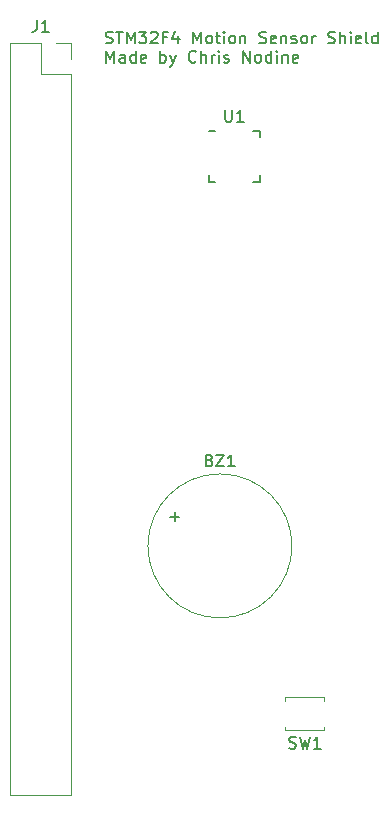
<source format=gbr>
%TF.GenerationSoftware,KiCad,Pcbnew,7.0.1-0*%
%TF.CreationDate,2023-05-31T17:03:07-06:00*%
%TF.ProjectId,STM32f4 Motion Sensor Shield,53544d33-3266-4342-904d-6f74696f6e20,rev?*%
%TF.SameCoordinates,Original*%
%TF.FileFunction,Legend,Top*%
%TF.FilePolarity,Positive*%
%FSLAX46Y46*%
G04 Gerber Fmt 4.6, Leading zero omitted, Abs format (unit mm)*
G04 Created by KiCad (PCBNEW 7.0.1-0) date 2023-05-31 17:03:07*
%MOMM*%
%LPD*%
G01*
G04 APERTURE LIST*
%ADD10C,0.150000*%
%ADD11C,0.120000*%
G04 APERTURE END LIST*
D10*
X168390476Y-53610000D02*
X168533333Y-53657619D01*
X168533333Y-53657619D02*
X168771428Y-53657619D01*
X168771428Y-53657619D02*
X168866666Y-53610000D01*
X168866666Y-53610000D02*
X168914285Y-53562380D01*
X168914285Y-53562380D02*
X168961904Y-53467142D01*
X168961904Y-53467142D02*
X168961904Y-53371904D01*
X168961904Y-53371904D02*
X168914285Y-53276666D01*
X168914285Y-53276666D02*
X168866666Y-53229047D01*
X168866666Y-53229047D02*
X168771428Y-53181428D01*
X168771428Y-53181428D02*
X168580952Y-53133809D01*
X168580952Y-53133809D02*
X168485714Y-53086190D01*
X168485714Y-53086190D02*
X168438095Y-53038571D01*
X168438095Y-53038571D02*
X168390476Y-52943333D01*
X168390476Y-52943333D02*
X168390476Y-52848095D01*
X168390476Y-52848095D02*
X168438095Y-52752857D01*
X168438095Y-52752857D02*
X168485714Y-52705238D01*
X168485714Y-52705238D02*
X168580952Y-52657619D01*
X168580952Y-52657619D02*
X168819047Y-52657619D01*
X168819047Y-52657619D02*
X168961904Y-52705238D01*
X169247619Y-52657619D02*
X169819047Y-52657619D01*
X169533333Y-53657619D02*
X169533333Y-52657619D01*
X170152381Y-53657619D02*
X170152381Y-52657619D01*
X170152381Y-52657619D02*
X170485714Y-53371904D01*
X170485714Y-53371904D02*
X170819047Y-52657619D01*
X170819047Y-52657619D02*
X170819047Y-53657619D01*
X171200000Y-52657619D02*
X171819047Y-52657619D01*
X171819047Y-52657619D02*
X171485714Y-53038571D01*
X171485714Y-53038571D02*
X171628571Y-53038571D01*
X171628571Y-53038571D02*
X171723809Y-53086190D01*
X171723809Y-53086190D02*
X171771428Y-53133809D01*
X171771428Y-53133809D02*
X171819047Y-53229047D01*
X171819047Y-53229047D02*
X171819047Y-53467142D01*
X171819047Y-53467142D02*
X171771428Y-53562380D01*
X171771428Y-53562380D02*
X171723809Y-53610000D01*
X171723809Y-53610000D02*
X171628571Y-53657619D01*
X171628571Y-53657619D02*
X171342857Y-53657619D01*
X171342857Y-53657619D02*
X171247619Y-53610000D01*
X171247619Y-53610000D02*
X171200000Y-53562380D01*
X172200000Y-52752857D02*
X172247619Y-52705238D01*
X172247619Y-52705238D02*
X172342857Y-52657619D01*
X172342857Y-52657619D02*
X172580952Y-52657619D01*
X172580952Y-52657619D02*
X172676190Y-52705238D01*
X172676190Y-52705238D02*
X172723809Y-52752857D01*
X172723809Y-52752857D02*
X172771428Y-52848095D01*
X172771428Y-52848095D02*
X172771428Y-52943333D01*
X172771428Y-52943333D02*
X172723809Y-53086190D01*
X172723809Y-53086190D02*
X172152381Y-53657619D01*
X172152381Y-53657619D02*
X172771428Y-53657619D01*
X173533333Y-53133809D02*
X173200000Y-53133809D01*
X173200000Y-53657619D02*
X173200000Y-52657619D01*
X173200000Y-52657619D02*
X173676190Y-52657619D01*
X174485714Y-52990952D02*
X174485714Y-53657619D01*
X174247619Y-52610000D02*
X174009524Y-53324285D01*
X174009524Y-53324285D02*
X174628571Y-53324285D01*
X175771429Y-53657619D02*
X175771429Y-52657619D01*
X175771429Y-52657619D02*
X176104762Y-53371904D01*
X176104762Y-53371904D02*
X176438095Y-52657619D01*
X176438095Y-52657619D02*
X176438095Y-53657619D01*
X177057143Y-53657619D02*
X176961905Y-53610000D01*
X176961905Y-53610000D02*
X176914286Y-53562380D01*
X176914286Y-53562380D02*
X176866667Y-53467142D01*
X176866667Y-53467142D02*
X176866667Y-53181428D01*
X176866667Y-53181428D02*
X176914286Y-53086190D01*
X176914286Y-53086190D02*
X176961905Y-53038571D01*
X176961905Y-53038571D02*
X177057143Y-52990952D01*
X177057143Y-52990952D02*
X177200000Y-52990952D01*
X177200000Y-52990952D02*
X177295238Y-53038571D01*
X177295238Y-53038571D02*
X177342857Y-53086190D01*
X177342857Y-53086190D02*
X177390476Y-53181428D01*
X177390476Y-53181428D02*
X177390476Y-53467142D01*
X177390476Y-53467142D02*
X177342857Y-53562380D01*
X177342857Y-53562380D02*
X177295238Y-53610000D01*
X177295238Y-53610000D02*
X177200000Y-53657619D01*
X177200000Y-53657619D02*
X177057143Y-53657619D01*
X177676191Y-52990952D02*
X178057143Y-52990952D01*
X177819048Y-52657619D02*
X177819048Y-53514761D01*
X177819048Y-53514761D02*
X177866667Y-53610000D01*
X177866667Y-53610000D02*
X177961905Y-53657619D01*
X177961905Y-53657619D02*
X178057143Y-53657619D01*
X178390477Y-53657619D02*
X178390477Y-52990952D01*
X178390477Y-52657619D02*
X178342858Y-52705238D01*
X178342858Y-52705238D02*
X178390477Y-52752857D01*
X178390477Y-52752857D02*
X178438096Y-52705238D01*
X178438096Y-52705238D02*
X178390477Y-52657619D01*
X178390477Y-52657619D02*
X178390477Y-52752857D01*
X179009524Y-53657619D02*
X178914286Y-53610000D01*
X178914286Y-53610000D02*
X178866667Y-53562380D01*
X178866667Y-53562380D02*
X178819048Y-53467142D01*
X178819048Y-53467142D02*
X178819048Y-53181428D01*
X178819048Y-53181428D02*
X178866667Y-53086190D01*
X178866667Y-53086190D02*
X178914286Y-53038571D01*
X178914286Y-53038571D02*
X179009524Y-52990952D01*
X179009524Y-52990952D02*
X179152381Y-52990952D01*
X179152381Y-52990952D02*
X179247619Y-53038571D01*
X179247619Y-53038571D02*
X179295238Y-53086190D01*
X179295238Y-53086190D02*
X179342857Y-53181428D01*
X179342857Y-53181428D02*
X179342857Y-53467142D01*
X179342857Y-53467142D02*
X179295238Y-53562380D01*
X179295238Y-53562380D02*
X179247619Y-53610000D01*
X179247619Y-53610000D02*
X179152381Y-53657619D01*
X179152381Y-53657619D02*
X179009524Y-53657619D01*
X179771429Y-52990952D02*
X179771429Y-53657619D01*
X179771429Y-53086190D02*
X179819048Y-53038571D01*
X179819048Y-53038571D02*
X179914286Y-52990952D01*
X179914286Y-52990952D02*
X180057143Y-52990952D01*
X180057143Y-52990952D02*
X180152381Y-53038571D01*
X180152381Y-53038571D02*
X180200000Y-53133809D01*
X180200000Y-53133809D02*
X180200000Y-53657619D01*
X181390477Y-53610000D02*
X181533334Y-53657619D01*
X181533334Y-53657619D02*
X181771429Y-53657619D01*
X181771429Y-53657619D02*
X181866667Y-53610000D01*
X181866667Y-53610000D02*
X181914286Y-53562380D01*
X181914286Y-53562380D02*
X181961905Y-53467142D01*
X181961905Y-53467142D02*
X181961905Y-53371904D01*
X181961905Y-53371904D02*
X181914286Y-53276666D01*
X181914286Y-53276666D02*
X181866667Y-53229047D01*
X181866667Y-53229047D02*
X181771429Y-53181428D01*
X181771429Y-53181428D02*
X181580953Y-53133809D01*
X181580953Y-53133809D02*
X181485715Y-53086190D01*
X181485715Y-53086190D02*
X181438096Y-53038571D01*
X181438096Y-53038571D02*
X181390477Y-52943333D01*
X181390477Y-52943333D02*
X181390477Y-52848095D01*
X181390477Y-52848095D02*
X181438096Y-52752857D01*
X181438096Y-52752857D02*
X181485715Y-52705238D01*
X181485715Y-52705238D02*
X181580953Y-52657619D01*
X181580953Y-52657619D02*
X181819048Y-52657619D01*
X181819048Y-52657619D02*
X181961905Y-52705238D01*
X182771429Y-53610000D02*
X182676191Y-53657619D01*
X182676191Y-53657619D02*
X182485715Y-53657619D01*
X182485715Y-53657619D02*
X182390477Y-53610000D01*
X182390477Y-53610000D02*
X182342858Y-53514761D01*
X182342858Y-53514761D02*
X182342858Y-53133809D01*
X182342858Y-53133809D02*
X182390477Y-53038571D01*
X182390477Y-53038571D02*
X182485715Y-52990952D01*
X182485715Y-52990952D02*
X182676191Y-52990952D01*
X182676191Y-52990952D02*
X182771429Y-53038571D01*
X182771429Y-53038571D02*
X182819048Y-53133809D01*
X182819048Y-53133809D02*
X182819048Y-53229047D01*
X182819048Y-53229047D02*
X182342858Y-53324285D01*
X183247620Y-52990952D02*
X183247620Y-53657619D01*
X183247620Y-53086190D02*
X183295239Y-53038571D01*
X183295239Y-53038571D02*
X183390477Y-52990952D01*
X183390477Y-52990952D02*
X183533334Y-52990952D01*
X183533334Y-52990952D02*
X183628572Y-53038571D01*
X183628572Y-53038571D02*
X183676191Y-53133809D01*
X183676191Y-53133809D02*
X183676191Y-53657619D01*
X184104763Y-53610000D02*
X184200001Y-53657619D01*
X184200001Y-53657619D02*
X184390477Y-53657619D01*
X184390477Y-53657619D02*
X184485715Y-53610000D01*
X184485715Y-53610000D02*
X184533334Y-53514761D01*
X184533334Y-53514761D02*
X184533334Y-53467142D01*
X184533334Y-53467142D02*
X184485715Y-53371904D01*
X184485715Y-53371904D02*
X184390477Y-53324285D01*
X184390477Y-53324285D02*
X184247620Y-53324285D01*
X184247620Y-53324285D02*
X184152382Y-53276666D01*
X184152382Y-53276666D02*
X184104763Y-53181428D01*
X184104763Y-53181428D02*
X184104763Y-53133809D01*
X184104763Y-53133809D02*
X184152382Y-53038571D01*
X184152382Y-53038571D02*
X184247620Y-52990952D01*
X184247620Y-52990952D02*
X184390477Y-52990952D01*
X184390477Y-52990952D02*
X184485715Y-53038571D01*
X185104763Y-53657619D02*
X185009525Y-53610000D01*
X185009525Y-53610000D02*
X184961906Y-53562380D01*
X184961906Y-53562380D02*
X184914287Y-53467142D01*
X184914287Y-53467142D02*
X184914287Y-53181428D01*
X184914287Y-53181428D02*
X184961906Y-53086190D01*
X184961906Y-53086190D02*
X185009525Y-53038571D01*
X185009525Y-53038571D02*
X185104763Y-52990952D01*
X185104763Y-52990952D02*
X185247620Y-52990952D01*
X185247620Y-52990952D02*
X185342858Y-53038571D01*
X185342858Y-53038571D02*
X185390477Y-53086190D01*
X185390477Y-53086190D02*
X185438096Y-53181428D01*
X185438096Y-53181428D02*
X185438096Y-53467142D01*
X185438096Y-53467142D02*
X185390477Y-53562380D01*
X185390477Y-53562380D02*
X185342858Y-53610000D01*
X185342858Y-53610000D02*
X185247620Y-53657619D01*
X185247620Y-53657619D02*
X185104763Y-53657619D01*
X185866668Y-53657619D02*
X185866668Y-52990952D01*
X185866668Y-53181428D02*
X185914287Y-53086190D01*
X185914287Y-53086190D02*
X185961906Y-53038571D01*
X185961906Y-53038571D02*
X186057144Y-52990952D01*
X186057144Y-52990952D02*
X186152382Y-52990952D01*
X187200002Y-53610000D02*
X187342859Y-53657619D01*
X187342859Y-53657619D02*
X187580954Y-53657619D01*
X187580954Y-53657619D02*
X187676192Y-53610000D01*
X187676192Y-53610000D02*
X187723811Y-53562380D01*
X187723811Y-53562380D02*
X187771430Y-53467142D01*
X187771430Y-53467142D02*
X187771430Y-53371904D01*
X187771430Y-53371904D02*
X187723811Y-53276666D01*
X187723811Y-53276666D02*
X187676192Y-53229047D01*
X187676192Y-53229047D02*
X187580954Y-53181428D01*
X187580954Y-53181428D02*
X187390478Y-53133809D01*
X187390478Y-53133809D02*
X187295240Y-53086190D01*
X187295240Y-53086190D02*
X187247621Y-53038571D01*
X187247621Y-53038571D02*
X187200002Y-52943333D01*
X187200002Y-52943333D02*
X187200002Y-52848095D01*
X187200002Y-52848095D02*
X187247621Y-52752857D01*
X187247621Y-52752857D02*
X187295240Y-52705238D01*
X187295240Y-52705238D02*
X187390478Y-52657619D01*
X187390478Y-52657619D02*
X187628573Y-52657619D01*
X187628573Y-52657619D02*
X187771430Y-52705238D01*
X188200002Y-53657619D02*
X188200002Y-52657619D01*
X188628573Y-53657619D02*
X188628573Y-53133809D01*
X188628573Y-53133809D02*
X188580954Y-53038571D01*
X188580954Y-53038571D02*
X188485716Y-52990952D01*
X188485716Y-52990952D02*
X188342859Y-52990952D01*
X188342859Y-52990952D02*
X188247621Y-53038571D01*
X188247621Y-53038571D02*
X188200002Y-53086190D01*
X189104764Y-53657619D02*
X189104764Y-52990952D01*
X189104764Y-52657619D02*
X189057145Y-52705238D01*
X189057145Y-52705238D02*
X189104764Y-52752857D01*
X189104764Y-52752857D02*
X189152383Y-52705238D01*
X189152383Y-52705238D02*
X189104764Y-52657619D01*
X189104764Y-52657619D02*
X189104764Y-52752857D01*
X189961906Y-53610000D02*
X189866668Y-53657619D01*
X189866668Y-53657619D02*
X189676192Y-53657619D01*
X189676192Y-53657619D02*
X189580954Y-53610000D01*
X189580954Y-53610000D02*
X189533335Y-53514761D01*
X189533335Y-53514761D02*
X189533335Y-53133809D01*
X189533335Y-53133809D02*
X189580954Y-53038571D01*
X189580954Y-53038571D02*
X189676192Y-52990952D01*
X189676192Y-52990952D02*
X189866668Y-52990952D01*
X189866668Y-52990952D02*
X189961906Y-53038571D01*
X189961906Y-53038571D02*
X190009525Y-53133809D01*
X190009525Y-53133809D02*
X190009525Y-53229047D01*
X190009525Y-53229047D02*
X189533335Y-53324285D01*
X190580954Y-53657619D02*
X190485716Y-53610000D01*
X190485716Y-53610000D02*
X190438097Y-53514761D01*
X190438097Y-53514761D02*
X190438097Y-52657619D01*
X191390478Y-53657619D02*
X191390478Y-52657619D01*
X191390478Y-53610000D02*
X191295240Y-53657619D01*
X191295240Y-53657619D02*
X191104764Y-53657619D01*
X191104764Y-53657619D02*
X191009526Y-53610000D01*
X191009526Y-53610000D02*
X190961907Y-53562380D01*
X190961907Y-53562380D02*
X190914288Y-53467142D01*
X190914288Y-53467142D02*
X190914288Y-53181428D01*
X190914288Y-53181428D02*
X190961907Y-53086190D01*
X190961907Y-53086190D02*
X191009526Y-53038571D01*
X191009526Y-53038571D02*
X191104764Y-52990952D01*
X191104764Y-52990952D02*
X191295240Y-52990952D01*
X191295240Y-52990952D02*
X191390478Y-53038571D01*
X168438095Y-55277619D02*
X168438095Y-54277619D01*
X168438095Y-54277619D02*
X168771428Y-54991904D01*
X168771428Y-54991904D02*
X169104761Y-54277619D01*
X169104761Y-54277619D02*
X169104761Y-55277619D01*
X170009523Y-55277619D02*
X170009523Y-54753809D01*
X170009523Y-54753809D02*
X169961904Y-54658571D01*
X169961904Y-54658571D02*
X169866666Y-54610952D01*
X169866666Y-54610952D02*
X169676190Y-54610952D01*
X169676190Y-54610952D02*
X169580952Y-54658571D01*
X170009523Y-55230000D02*
X169914285Y-55277619D01*
X169914285Y-55277619D02*
X169676190Y-55277619D01*
X169676190Y-55277619D02*
X169580952Y-55230000D01*
X169580952Y-55230000D02*
X169533333Y-55134761D01*
X169533333Y-55134761D02*
X169533333Y-55039523D01*
X169533333Y-55039523D02*
X169580952Y-54944285D01*
X169580952Y-54944285D02*
X169676190Y-54896666D01*
X169676190Y-54896666D02*
X169914285Y-54896666D01*
X169914285Y-54896666D02*
X170009523Y-54849047D01*
X170914285Y-55277619D02*
X170914285Y-54277619D01*
X170914285Y-55230000D02*
X170819047Y-55277619D01*
X170819047Y-55277619D02*
X170628571Y-55277619D01*
X170628571Y-55277619D02*
X170533333Y-55230000D01*
X170533333Y-55230000D02*
X170485714Y-55182380D01*
X170485714Y-55182380D02*
X170438095Y-55087142D01*
X170438095Y-55087142D02*
X170438095Y-54801428D01*
X170438095Y-54801428D02*
X170485714Y-54706190D01*
X170485714Y-54706190D02*
X170533333Y-54658571D01*
X170533333Y-54658571D02*
X170628571Y-54610952D01*
X170628571Y-54610952D02*
X170819047Y-54610952D01*
X170819047Y-54610952D02*
X170914285Y-54658571D01*
X171771428Y-55230000D02*
X171676190Y-55277619D01*
X171676190Y-55277619D02*
X171485714Y-55277619D01*
X171485714Y-55277619D02*
X171390476Y-55230000D01*
X171390476Y-55230000D02*
X171342857Y-55134761D01*
X171342857Y-55134761D02*
X171342857Y-54753809D01*
X171342857Y-54753809D02*
X171390476Y-54658571D01*
X171390476Y-54658571D02*
X171485714Y-54610952D01*
X171485714Y-54610952D02*
X171676190Y-54610952D01*
X171676190Y-54610952D02*
X171771428Y-54658571D01*
X171771428Y-54658571D02*
X171819047Y-54753809D01*
X171819047Y-54753809D02*
X171819047Y-54849047D01*
X171819047Y-54849047D02*
X171342857Y-54944285D01*
X173009524Y-55277619D02*
X173009524Y-54277619D01*
X173009524Y-54658571D02*
X173104762Y-54610952D01*
X173104762Y-54610952D02*
X173295238Y-54610952D01*
X173295238Y-54610952D02*
X173390476Y-54658571D01*
X173390476Y-54658571D02*
X173438095Y-54706190D01*
X173438095Y-54706190D02*
X173485714Y-54801428D01*
X173485714Y-54801428D02*
X173485714Y-55087142D01*
X173485714Y-55087142D02*
X173438095Y-55182380D01*
X173438095Y-55182380D02*
X173390476Y-55230000D01*
X173390476Y-55230000D02*
X173295238Y-55277619D01*
X173295238Y-55277619D02*
X173104762Y-55277619D01*
X173104762Y-55277619D02*
X173009524Y-55230000D01*
X173819048Y-54610952D02*
X174057143Y-55277619D01*
X174295238Y-54610952D02*
X174057143Y-55277619D01*
X174057143Y-55277619D02*
X173961905Y-55515714D01*
X173961905Y-55515714D02*
X173914286Y-55563333D01*
X173914286Y-55563333D02*
X173819048Y-55610952D01*
X176009524Y-55182380D02*
X175961905Y-55230000D01*
X175961905Y-55230000D02*
X175819048Y-55277619D01*
X175819048Y-55277619D02*
X175723810Y-55277619D01*
X175723810Y-55277619D02*
X175580953Y-55230000D01*
X175580953Y-55230000D02*
X175485715Y-55134761D01*
X175485715Y-55134761D02*
X175438096Y-55039523D01*
X175438096Y-55039523D02*
X175390477Y-54849047D01*
X175390477Y-54849047D02*
X175390477Y-54706190D01*
X175390477Y-54706190D02*
X175438096Y-54515714D01*
X175438096Y-54515714D02*
X175485715Y-54420476D01*
X175485715Y-54420476D02*
X175580953Y-54325238D01*
X175580953Y-54325238D02*
X175723810Y-54277619D01*
X175723810Y-54277619D02*
X175819048Y-54277619D01*
X175819048Y-54277619D02*
X175961905Y-54325238D01*
X175961905Y-54325238D02*
X176009524Y-54372857D01*
X176438096Y-55277619D02*
X176438096Y-54277619D01*
X176866667Y-55277619D02*
X176866667Y-54753809D01*
X176866667Y-54753809D02*
X176819048Y-54658571D01*
X176819048Y-54658571D02*
X176723810Y-54610952D01*
X176723810Y-54610952D02*
X176580953Y-54610952D01*
X176580953Y-54610952D02*
X176485715Y-54658571D01*
X176485715Y-54658571D02*
X176438096Y-54706190D01*
X177342858Y-55277619D02*
X177342858Y-54610952D01*
X177342858Y-54801428D02*
X177390477Y-54706190D01*
X177390477Y-54706190D02*
X177438096Y-54658571D01*
X177438096Y-54658571D02*
X177533334Y-54610952D01*
X177533334Y-54610952D02*
X177628572Y-54610952D01*
X177961906Y-55277619D02*
X177961906Y-54610952D01*
X177961906Y-54277619D02*
X177914287Y-54325238D01*
X177914287Y-54325238D02*
X177961906Y-54372857D01*
X177961906Y-54372857D02*
X178009525Y-54325238D01*
X178009525Y-54325238D02*
X177961906Y-54277619D01*
X177961906Y-54277619D02*
X177961906Y-54372857D01*
X178390477Y-55230000D02*
X178485715Y-55277619D01*
X178485715Y-55277619D02*
X178676191Y-55277619D01*
X178676191Y-55277619D02*
X178771429Y-55230000D01*
X178771429Y-55230000D02*
X178819048Y-55134761D01*
X178819048Y-55134761D02*
X178819048Y-55087142D01*
X178819048Y-55087142D02*
X178771429Y-54991904D01*
X178771429Y-54991904D02*
X178676191Y-54944285D01*
X178676191Y-54944285D02*
X178533334Y-54944285D01*
X178533334Y-54944285D02*
X178438096Y-54896666D01*
X178438096Y-54896666D02*
X178390477Y-54801428D01*
X178390477Y-54801428D02*
X178390477Y-54753809D01*
X178390477Y-54753809D02*
X178438096Y-54658571D01*
X178438096Y-54658571D02*
X178533334Y-54610952D01*
X178533334Y-54610952D02*
X178676191Y-54610952D01*
X178676191Y-54610952D02*
X178771429Y-54658571D01*
X180009525Y-55277619D02*
X180009525Y-54277619D01*
X180009525Y-54277619D02*
X180580953Y-55277619D01*
X180580953Y-55277619D02*
X180580953Y-54277619D01*
X181200001Y-55277619D02*
X181104763Y-55230000D01*
X181104763Y-55230000D02*
X181057144Y-55182380D01*
X181057144Y-55182380D02*
X181009525Y-55087142D01*
X181009525Y-55087142D02*
X181009525Y-54801428D01*
X181009525Y-54801428D02*
X181057144Y-54706190D01*
X181057144Y-54706190D02*
X181104763Y-54658571D01*
X181104763Y-54658571D02*
X181200001Y-54610952D01*
X181200001Y-54610952D02*
X181342858Y-54610952D01*
X181342858Y-54610952D02*
X181438096Y-54658571D01*
X181438096Y-54658571D02*
X181485715Y-54706190D01*
X181485715Y-54706190D02*
X181533334Y-54801428D01*
X181533334Y-54801428D02*
X181533334Y-55087142D01*
X181533334Y-55087142D02*
X181485715Y-55182380D01*
X181485715Y-55182380D02*
X181438096Y-55230000D01*
X181438096Y-55230000D02*
X181342858Y-55277619D01*
X181342858Y-55277619D02*
X181200001Y-55277619D01*
X182390477Y-55277619D02*
X182390477Y-54277619D01*
X182390477Y-55230000D02*
X182295239Y-55277619D01*
X182295239Y-55277619D02*
X182104763Y-55277619D01*
X182104763Y-55277619D02*
X182009525Y-55230000D01*
X182009525Y-55230000D02*
X181961906Y-55182380D01*
X181961906Y-55182380D02*
X181914287Y-55087142D01*
X181914287Y-55087142D02*
X181914287Y-54801428D01*
X181914287Y-54801428D02*
X181961906Y-54706190D01*
X181961906Y-54706190D02*
X182009525Y-54658571D01*
X182009525Y-54658571D02*
X182104763Y-54610952D01*
X182104763Y-54610952D02*
X182295239Y-54610952D01*
X182295239Y-54610952D02*
X182390477Y-54658571D01*
X182866668Y-55277619D02*
X182866668Y-54610952D01*
X182866668Y-54277619D02*
X182819049Y-54325238D01*
X182819049Y-54325238D02*
X182866668Y-54372857D01*
X182866668Y-54372857D02*
X182914287Y-54325238D01*
X182914287Y-54325238D02*
X182866668Y-54277619D01*
X182866668Y-54277619D02*
X182866668Y-54372857D01*
X183342858Y-54610952D02*
X183342858Y-55277619D01*
X183342858Y-54706190D02*
X183390477Y-54658571D01*
X183390477Y-54658571D02*
X183485715Y-54610952D01*
X183485715Y-54610952D02*
X183628572Y-54610952D01*
X183628572Y-54610952D02*
X183723810Y-54658571D01*
X183723810Y-54658571D02*
X183771429Y-54753809D01*
X183771429Y-54753809D02*
X183771429Y-55277619D01*
X184628572Y-55230000D02*
X184533334Y-55277619D01*
X184533334Y-55277619D02*
X184342858Y-55277619D01*
X184342858Y-55277619D02*
X184247620Y-55230000D01*
X184247620Y-55230000D02*
X184200001Y-55134761D01*
X184200001Y-55134761D02*
X184200001Y-54753809D01*
X184200001Y-54753809D02*
X184247620Y-54658571D01*
X184247620Y-54658571D02*
X184342858Y-54610952D01*
X184342858Y-54610952D02*
X184533334Y-54610952D01*
X184533334Y-54610952D02*
X184628572Y-54658571D01*
X184628572Y-54658571D02*
X184676191Y-54753809D01*
X184676191Y-54753809D02*
X184676191Y-54849047D01*
X184676191Y-54849047D02*
X184200001Y-54944285D01*
%TO.C,U1*%
X178488095Y-59287619D02*
X178488095Y-60097142D01*
X178488095Y-60097142D02*
X178535714Y-60192380D01*
X178535714Y-60192380D02*
X178583333Y-60240000D01*
X178583333Y-60240000D02*
X178678571Y-60287619D01*
X178678571Y-60287619D02*
X178869047Y-60287619D01*
X178869047Y-60287619D02*
X178964285Y-60240000D01*
X178964285Y-60240000D02*
X179011904Y-60192380D01*
X179011904Y-60192380D02*
X179059523Y-60097142D01*
X179059523Y-60097142D02*
X179059523Y-59287619D01*
X180059523Y-60287619D02*
X179488095Y-60287619D01*
X179773809Y-60287619D02*
X179773809Y-59287619D01*
X179773809Y-59287619D02*
X179678571Y-59430476D01*
X179678571Y-59430476D02*
X179583333Y-59525714D01*
X179583333Y-59525714D02*
X179488095Y-59573333D01*
%TO.C,SW1*%
X183916667Y-113315000D02*
X184059524Y-113362619D01*
X184059524Y-113362619D02*
X184297619Y-113362619D01*
X184297619Y-113362619D02*
X184392857Y-113315000D01*
X184392857Y-113315000D02*
X184440476Y-113267380D01*
X184440476Y-113267380D02*
X184488095Y-113172142D01*
X184488095Y-113172142D02*
X184488095Y-113076904D01*
X184488095Y-113076904D02*
X184440476Y-112981666D01*
X184440476Y-112981666D02*
X184392857Y-112934047D01*
X184392857Y-112934047D02*
X184297619Y-112886428D01*
X184297619Y-112886428D02*
X184107143Y-112838809D01*
X184107143Y-112838809D02*
X184011905Y-112791190D01*
X184011905Y-112791190D02*
X183964286Y-112743571D01*
X183964286Y-112743571D02*
X183916667Y-112648333D01*
X183916667Y-112648333D02*
X183916667Y-112553095D01*
X183916667Y-112553095D02*
X183964286Y-112457857D01*
X183964286Y-112457857D02*
X184011905Y-112410238D01*
X184011905Y-112410238D02*
X184107143Y-112362619D01*
X184107143Y-112362619D02*
X184345238Y-112362619D01*
X184345238Y-112362619D02*
X184488095Y-112410238D01*
X184821429Y-112362619D02*
X185059524Y-113362619D01*
X185059524Y-113362619D02*
X185250000Y-112648333D01*
X185250000Y-112648333D02*
X185440476Y-113362619D01*
X185440476Y-113362619D02*
X185678572Y-112362619D01*
X186583333Y-113362619D02*
X186011905Y-113362619D01*
X186297619Y-113362619D02*
X186297619Y-112362619D01*
X186297619Y-112362619D02*
X186202381Y-112505476D01*
X186202381Y-112505476D02*
X186107143Y-112600714D01*
X186107143Y-112600714D02*
X186011905Y-112648333D01*
%TO.C,J1*%
X162536666Y-51682619D02*
X162536666Y-52396904D01*
X162536666Y-52396904D02*
X162489047Y-52539761D01*
X162489047Y-52539761D02*
X162393809Y-52635000D01*
X162393809Y-52635000D02*
X162250952Y-52682619D01*
X162250952Y-52682619D02*
X162155714Y-52682619D01*
X163536666Y-52682619D02*
X162965238Y-52682619D01*
X163250952Y-52682619D02*
X163250952Y-51682619D01*
X163250952Y-51682619D02*
X163155714Y-51825476D01*
X163155714Y-51825476D02*
X163060476Y-51920714D01*
X163060476Y-51920714D02*
X162965238Y-51968333D01*
%TO.C,BZ1*%
X177169047Y-88938809D02*
X177311904Y-88986428D01*
X177311904Y-88986428D02*
X177359523Y-89034047D01*
X177359523Y-89034047D02*
X177407142Y-89129285D01*
X177407142Y-89129285D02*
X177407142Y-89272142D01*
X177407142Y-89272142D02*
X177359523Y-89367380D01*
X177359523Y-89367380D02*
X177311904Y-89415000D01*
X177311904Y-89415000D02*
X177216666Y-89462619D01*
X177216666Y-89462619D02*
X176835714Y-89462619D01*
X176835714Y-89462619D02*
X176835714Y-88462619D01*
X176835714Y-88462619D02*
X177169047Y-88462619D01*
X177169047Y-88462619D02*
X177264285Y-88510238D01*
X177264285Y-88510238D02*
X177311904Y-88557857D01*
X177311904Y-88557857D02*
X177359523Y-88653095D01*
X177359523Y-88653095D02*
X177359523Y-88748333D01*
X177359523Y-88748333D02*
X177311904Y-88843571D01*
X177311904Y-88843571D02*
X177264285Y-88891190D01*
X177264285Y-88891190D02*
X177169047Y-88938809D01*
X177169047Y-88938809D02*
X176835714Y-88938809D01*
X177740476Y-88462619D02*
X178407142Y-88462619D01*
X178407142Y-88462619D02*
X177740476Y-89462619D01*
X177740476Y-89462619D02*
X178407142Y-89462619D01*
X179311904Y-89462619D02*
X178740476Y-89462619D01*
X179026190Y-89462619D02*
X179026190Y-88462619D01*
X179026190Y-88462619D02*
X178930952Y-88605476D01*
X178930952Y-88605476D02*
X178835714Y-88700714D01*
X178835714Y-88700714D02*
X178740476Y-88748333D01*
X173859048Y-93741666D02*
X174620953Y-93741666D01*
X174240000Y-94122619D02*
X174240000Y-93360714D01*
%TO.C,U1*%
X177100000Y-65350000D02*
X177100000Y-64825000D01*
X181400000Y-65350000D02*
X180875000Y-65350000D01*
X181400000Y-65350000D02*
X181400000Y-64825000D01*
X177100000Y-65350000D02*
X177625000Y-65350000D01*
X181400000Y-61050000D02*
X181400000Y-61575000D01*
X181400000Y-61050000D02*
X180875000Y-61050000D01*
X177100000Y-61050000D02*
X177625000Y-61050000D01*
D11*
%TO.C,SW1*%
X183600000Y-109000000D02*
X183600000Y-109300000D01*
X186900000Y-109300000D02*
X186900000Y-109000000D01*
X186900000Y-111500000D02*
X186900000Y-111800000D01*
X183600000Y-111800000D02*
X183600000Y-111500000D01*
X186900000Y-109000000D02*
X183600000Y-109000000D01*
X186900000Y-111800000D02*
X183600000Y-111800000D01*
%TO.C,J1*%
X165470000Y-53660000D02*
X165470000Y-54990000D01*
X162870000Y-53660000D02*
X162870000Y-56260000D01*
X164140000Y-53660000D02*
X165470000Y-53660000D01*
X160270000Y-53660000D02*
X160270000Y-117280000D01*
X162870000Y-56260000D02*
X165470000Y-56260000D01*
X160270000Y-53660000D02*
X162870000Y-53660000D01*
X160270000Y-117280000D02*
X165470000Y-117280000D01*
X165470000Y-56260000D02*
X165470000Y-117280000D01*
%TO.C,BZ1*%
X184150000Y-96200000D02*
G75*
G03*
X184150000Y-96200000I-6100000J0D01*
G01*
%TD*%
M02*

</source>
